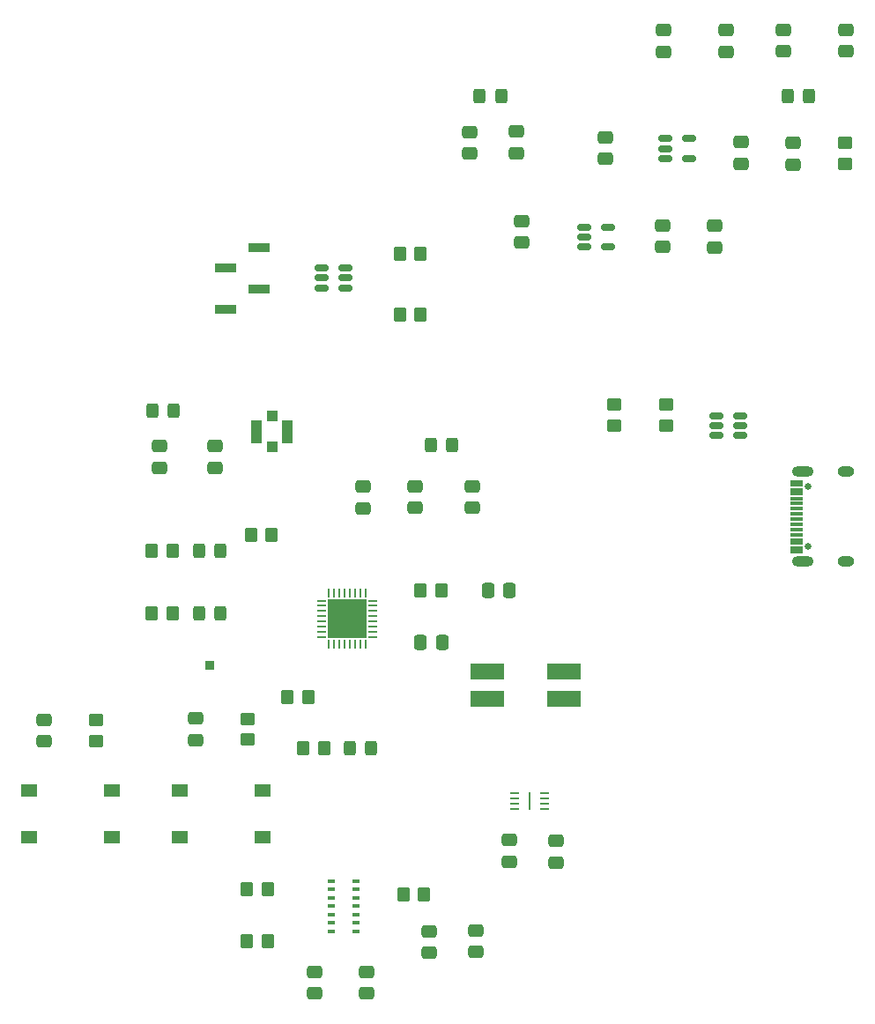
<source format=gbr>
%TF.GenerationSoftware,KiCad,Pcbnew,8.0.4*%
%TF.CreationDate,2024-11-12T16:21:51-06:00*%
%TF.ProjectId,wearablesystem,77656172-6162-46c6-9573-797374656d2e,rev?*%
%TF.SameCoordinates,Original*%
%TF.FileFunction,Soldermask,Top*%
%TF.FilePolarity,Negative*%
%FSLAX46Y46*%
G04 Gerber Fmt 4.6, Leading zero omitted, Abs format (unit mm)*
G04 Created by KiCad (PCBNEW 8.0.4) date 2024-11-12 16:21:51*
%MOMM*%
%LPD*%
G01*
G04 APERTURE LIST*
G04 Aperture macros list*
%AMRoundRect*
0 Rectangle with rounded corners*
0 $1 Rounding radius*
0 $2 $3 $4 $5 $6 $7 $8 $9 X,Y pos of 4 corners*
0 Add a 4 corners polygon primitive as box body*
4,1,4,$2,$3,$4,$5,$6,$7,$8,$9,$2,$3,0*
0 Add four circle primitives for the rounded corners*
1,1,$1+$1,$2,$3*
1,1,$1+$1,$4,$5*
1,1,$1+$1,$6,$7*
1,1,$1+$1,$8,$9*
0 Add four rect primitives between the rounded corners*
20,1,$1+$1,$2,$3,$4,$5,0*
20,1,$1+$1,$4,$5,$6,$7,0*
20,1,$1+$1,$6,$7,$8,$9,0*
20,1,$1+$1,$8,$9,$2,$3,0*%
G04 Aperture macros list end*
%ADD10RoundRect,0.250000X0.475000X-0.337500X0.475000X0.337500X-0.475000X0.337500X-0.475000X-0.337500X0*%
%ADD11RoundRect,0.250000X-0.475000X0.337500X-0.475000X-0.337500X0.475000X-0.337500X0.475000X0.337500X0*%
%ADD12RoundRect,0.150000X-0.512500X-0.150000X0.512500X-0.150000X0.512500X0.150000X-0.512500X0.150000X0*%
%ADD13RoundRect,0.250000X0.450000X-0.350000X0.450000X0.350000X-0.450000X0.350000X-0.450000X-0.350000X0*%
%ADD14RoundRect,0.250000X-0.325000X-0.450000X0.325000X-0.450000X0.325000X0.450000X-0.325000X0.450000X0*%
%ADD15R,1.550000X1.300000*%
%ADD16R,3.300000X1.540000*%
%ADD17R,1.000000X1.000000*%
%ADD18R,1.050000X2.200000*%
%ADD19RoundRect,0.087500X-0.287500X-0.087500X0.287500X-0.087500X0.287500X0.087500X-0.287500X0.087500X0*%
%ADD20RoundRect,0.250000X-0.350000X-0.450000X0.350000X-0.450000X0.350000X0.450000X-0.350000X0.450000X0*%
%ADD21RoundRect,0.250000X-0.450000X0.350000X-0.450000X-0.350000X0.450000X-0.350000X0.450000X0.350000X0*%
%ADD22RoundRect,0.250000X0.350000X0.450000X-0.350000X0.450000X-0.350000X-0.450000X0.350000X-0.450000X0*%
%ADD23RoundRect,0.250000X-0.337500X-0.475000X0.337500X-0.475000X0.337500X0.475000X-0.337500X0.475000X0*%
%ADD24R,0.812800X0.254000*%
%ADD25R,0.254000X1.651000*%
%ADD26RoundRect,0.150000X0.512500X0.150000X-0.512500X0.150000X-0.512500X-0.150000X0.512500X-0.150000X0*%
%ADD27R,0.850000X0.850000*%
%ADD28RoundRect,0.062500X-0.337500X-0.062500X0.337500X-0.062500X0.337500X0.062500X-0.337500X0.062500X0*%
%ADD29RoundRect,0.062500X-0.062500X-0.337500X0.062500X-0.337500X0.062500X0.337500X-0.062500X0.337500X0*%
%ADD30R,3.700000X3.700000*%
%ADD31R,2.000000X0.900000*%
%ADD32RoundRect,0.250000X0.325000X0.450000X-0.325000X0.450000X-0.325000X-0.450000X0.325000X-0.450000X0*%
%ADD33C,0.650000*%
%ADD34R,1.150000X0.300000*%
%ADD35O,2.100000X1.000000*%
%ADD36O,1.600000X1.000000*%
G04 APERTURE END LIST*
D10*
%TO.C,C14*%
X43000000Y-90787500D03*
X43000000Y-88712500D03*
%TD*%
D11*
%TO.C,C9*%
X69000000Y-112925000D03*
X69000000Y-115000000D03*
%TD*%
%TO.C,C6*%
X88898750Y-40780000D03*
X88898750Y-42855000D03*
%TD*%
D12*
%TO.C,U2*%
X102680000Y-32880000D03*
X102680000Y-33830000D03*
X102680000Y-34780000D03*
X104955000Y-34780000D03*
X104955000Y-32880000D03*
%TD*%
D11*
%TO.C,C22*%
X78680000Y-66255000D03*
X78680000Y-68330000D03*
%TD*%
%TO.C,C19*%
X102500000Y-22462500D03*
X102500000Y-24537500D03*
%TD*%
D13*
%TO.C,R11*%
X102762500Y-60425000D03*
X102762500Y-58425000D03*
%TD*%
D14*
%TO.C,D3*%
X57855000Y-78455000D03*
X59905000Y-78455000D03*
%TD*%
D15*
%TO.C,SW2*%
X41540000Y-95500000D03*
X49500000Y-95500000D03*
X41540000Y-100000000D03*
X49500000Y-100000000D03*
%TD*%
D16*
%TO.C,Y1*%
X85540000Y-86680000D03*
X92940000Y-86680000D03*
X92940000Y-84040000D03*
X85540000Y-84040000D03*
%TD*%
D11*
%TO.C,C11*%
X84500000Y-108925000D03*
X84500000Y-111000000D03*
%TD*%
%TO.C,C26*%
X59405000Y-62430000D03*
X59405000Y-64505000D03*
%TD*%
D17*
%TO.C,J3*%
X64905000Y-62505000D03*
D18*
X63430000Y-61005000D03*
D17*
X64905000Y-59505000D03*
D18*
X66380000Y-61005000D03*
%TD*%
D19*
%TO.C,U4*%
X70600000Y-104200000D03*
X70600000Y-105000000D03*
X70600000Y-105800000D03*
X70600000Y-106600000D03*
X70600000Y-107400000D03*
X70600000Y-108200000D03*
X70600000Y-109000000D03*
X73000000Y-109000000D03*
X73000000Y-108200000D03*
X73000000Y-107400000D03*
X73000000Y-106600000D03*
X73000000Y-105800000D03*
X73000000Y-105000000D03*
X73000000Y-104200000D03*
%TD*%
D10*
%TO.C,C13*%
X57520000Y-90637500D03*
X57520000Y-88562500D03*
%TD*%
D20*
%TO.C,R4*%
X62500000Y-105000000D03*
X64500000Y-105000000D03*
%TD*%
D21*
%TO.C,R3*%
X119955000Y-33280000D03*
X119955000Y-35280000D03*
%TD*%
D12*
%TO.C,U3*%
X94898750Y-41392500D03*
X94898750Y-42342500D03*
X94898750Y-43292500D03*
X97173750Y-43292500D03*
X97173750Y-41392500D03*
%TD*%
D11*
%TO.C,C10*%
X74000000Y-112925000D03*
X74000000Y-115000000D03*
%TD*%
%TO.C,C5*%
X114955000Y-33280000D03*
X114955000Y-35355000D03*
%TD*%
D14*
%TO.C,L1*%
X84855000Y-28780000D03*
X86905000Y-28780000D03*
%TD*%
%TO.C,D4*%
X57855000Y-72455000D03*
X59905000Y-72455000D03*
%TD*%
D22*
%TO.C,R15*%
X55355000Y-72455000D03*
X53355000Y-72455000D03*
%TD*%
D11*
%TO.C,C3*%
X96930000Y-32717500D03*
X96930000Y-34792500D03*
%TD*%
%TO.C,C8*%
X107398750Y-41242500D03*
X107398750Y-43317500D03*
%TD*%
%TO.C,C24*%
X84180000Y-66255000D03*
X84180000Y-68330000D03*
%TD*%
D23*
%TO.C,C18*%
X79180000Y-81255000D03*
X81255000Y-81255000D03*
%TD*%
D21*
%TO.C,R7*%
X62557500Y-88600000D03*
X62557500Y-90600000D03*
%TD*%
D23*
%TO.C,C17*%
X85642500Y-76255000D03*
X87717500Y-76255000D03*
%TD*%
D24*
%TO.C,U5*%
X91115600Y-97255002D03*
X91115600Y-96755001D03*
X91115600Y-96255001D03*
X91115600Y-95755000D03*
X88220000Y-95755000D03*
X88220000Y-96255001D03*
X88220000Y-96755001D03*
X88220000Y-97255002D03*
D25*
X89667800Y-96505001D03*
%TD*%
D11*
%TO.C,C15*%
X92220000Y-100330000D03*
X92220000Y-102405000D03*
%TD*%
D14*
%TO.C,D2*%
X72380000Y-91455000D03*
X74430000Y-91455000D03*
%TD*%
D13*
%TO.C,R10*%
X97737500Y-60425000D03*
X97737500Y-58425000D03*
%TD*%
D11*
%TO.C,C27*%
X54125000Y-62430000D03*
X54125000Y-64505000D03*
%TD*%
D26*
%TO.C,U7*%
X71967500Y-47205000D03*
X71967500Y-46255000D03*
X71967500Y-45305000D03*
X69692500Y-45305000D03*
X69692500Y-46255000D03*
X69692500Y-47205000D03*
%TD*%
D22*
%TO.C,R16*%
X69880000Y-91455000D03*
X67880000Y-91455000D03*
%TD*%
D14*
%TO.C,L3*%
X53380000Y-59005000D03*
X55430000Y-59005000D03*
%TD*%
D11*
%TO.C,C7*%
X102398750Y-41205000D03*
X102398750Y-43280000D03*
%TD*%
%TO.C,C12*%
X79990000Y-109000000D03*
X79990000Y-111075000D03*
%TD*%
%TO.C,C4*%
X109955000Y-33205000D03*
X109955000Y-35280000D03*
%TD*%
%TO.C,C20*%
X73680000Y-66292500D03*
X73680000Y-68367500D03*
%TD*%
D15*
%TO.C,SW1*%
X56040000Y-95500000D03*
X64000000Y-95500000D03*
X56040000Y-100000000D03*
X64000000Y-100000000D03*
%TD*%
D27*
%TO.C,TP1*%
X58880000Y-83455000D03*
%TD*%
D11*
%TO.C,C2*%
X88380000Y-32205000D03*
X88380000Y-34280000D03*
%TD*%
D28*
%TO.C,U1*%
X69680000Y-77255000D03*
X69680000Y-77755000D03*
X69680000Y-78255000D03*
X69680000Y-78755000D03*
X69680000Y-79255000D03*
X69680000Y-79755000D03*
X69680000Y-80255000D03*
X69680000Y-80755000D03*
D29*
X70380000Y-81455000D03*
X70880000Y-81455000D03*
X71380000Y-81455000D03*
X71880000Y-81455000D03*
X72380000Y-81455000D03*
X72880000Y-81455000D03*
X73380000Y-81455000D03*
X73880000Y-81455000D03*
D28*
X74580000Y-80755000D03*
X74580000Y-80255000D03*
X74580000Y-79755000D03*
X74580000Y-79255000D03*
X74580000Y-78755000D03*
X74580000Y-78255000D03*
X74580000Y-77755000D03*
X74580000Y-77255000D03*
D29*
X73880000Y-76555000D03*
X73380000Y-76555000D03*
X72880000Y-76555000D03*
X72380000Y-76555000D03*
X71880000Y-76555000D03*
X71380000Y-76555000D03*
X70880000Y-76555000D03*
X70380000Y-76555000D03*
D30*
X72130000Y-79005000D03*
%TD*%
D22*
%TO.C,R6*%
X79500000Y-105500000D03*
X77500000Y-105500000D03*
%TD*%
D20*
%TO.C,R9*%
X79180000Y-76255000D03*
X81180000Y-76255000D03*
%TD*%
D12*
%TO.C,U6*%
X107625000Y-59475000D03*
X107625000Y-60425000D03*
X107625000Y-61375000D03*
X109900000Y-61375000D03*
X109900000Y-60425000D03*
X109900000Y-59475000D03*
%TD*%
D11*
%TO.C,C1*%
X83880000Y-32242500D03*
X83880000Y-34317500D03*
%TD*%
%TO.C,C25*%
X120000000Y-22425000D03*
X120000000Y-24500000D03*
%TD*%
%TO.C,C16*%
X87720000Y-100255000D03*
X87720000Y-102330000D03*
%TD*%
D20*
%TO.C,R5*%
X62500000Y-110000000D03*
X64500000Y-110000000D03*
%TD*%
%TO.C,R12*%
X77167500Y-43955000D03*
X79167500Y-43955000D03*
%TD*%
D14*
%TO.C,L2*%
X80130000Y-62330000D03*
X82180000Y-62330000D03*
%TD*%
D11*
%TO.C,C21*%
X108500000Y-22462500D03*
X108500000Y-24537500D03*
%TD*%
D31*
%TO.C,J2*%
X63667500Y-43305000D03*
X60467500Y-45305000D03*
X63667500Y-47305000D03*
X60467500Y-49305000D03*
%TD*%
D32*
%TO.C,D1*%
X116480000Y-28780000D03*
X114430000Y-28780000D03*
%TD*%
D21*
%TO.C,R8*%
X48000000Y-88750000D03*
X48000000Y-90750000D03*
%TD*%
D11*
%TO.C,C23*%
X114000000Y-22425000D03*
X114000000Y-24500000D03*
%TD*%
D22*
%TO.C,R14*%
X55355000Y-78455000D03*
X53355000Y-78455000D03*
%TD*%
D33*
%TO.C,J1*%
X116395000Y-72070000D03*
X116395000Y-66290000D03*
D34*
X115330000Y-72530000D03*
X115330000Y-71730000D03*
X115330000Y-70430000D03*
X115330000Y-69430000D03*
X115330000Y-68930000D03*
X115330000Y-67930000D03*
X115330000Y-66630000D03*
X115330000Y-65830000D03*
X115330000Y-66130000D03*
X115330000Y-66930000D03*
X115330000Y-67430000D03*
X115330000Y-68430000D03*
X115330000Y-69930000D03*
X115330000Y-70930000D03*
X115330000Y-71430000D03*
X115330000Y-72230000D03*
D35*
X115895000Y-73500000D03*
D36*
X120075000Y-73500000D03*
D35*
X115895000Y-64860000D03*
D36*
X120075000Y-64860000D03*
%TD*%
D20*
%TO.C,R2*%
X66380000Y-86555000D03*
X68380000Y-86555000D03*
%TD*%
%TO.C,R1*%
X62880000Y-70955000D03*
X64880000Y-70955000D03*
%TD*%
%TO.C,R13*%
X77167500Y-49805000D03*
X79167500Y-49805000D03*
%TD*%
M02*

</source>
